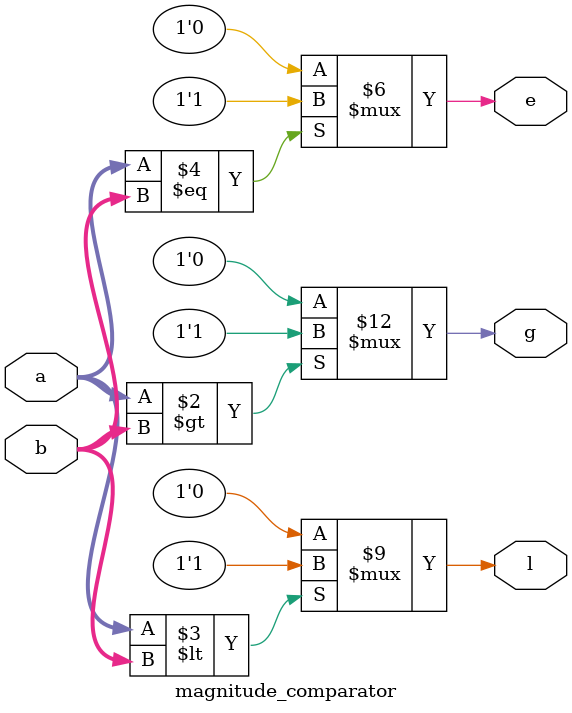
<source format=sv>
`timescale 1ns / 1ps


module magnitude_comparator(a,b,g,l,e

    );
    input logic [3:0]a,b;
    output logic g,l,e;
    always @(a,b)
    begin 
    if(a>b)
    g=1'b1;
    else
    g=1'b0;
    if(a<b)
    l=1'b1;
    else
    l=1'b0;
    if(a==b)
    e=1'b1;
    else
    e=1'b0;
    end
endmodule

</source>
